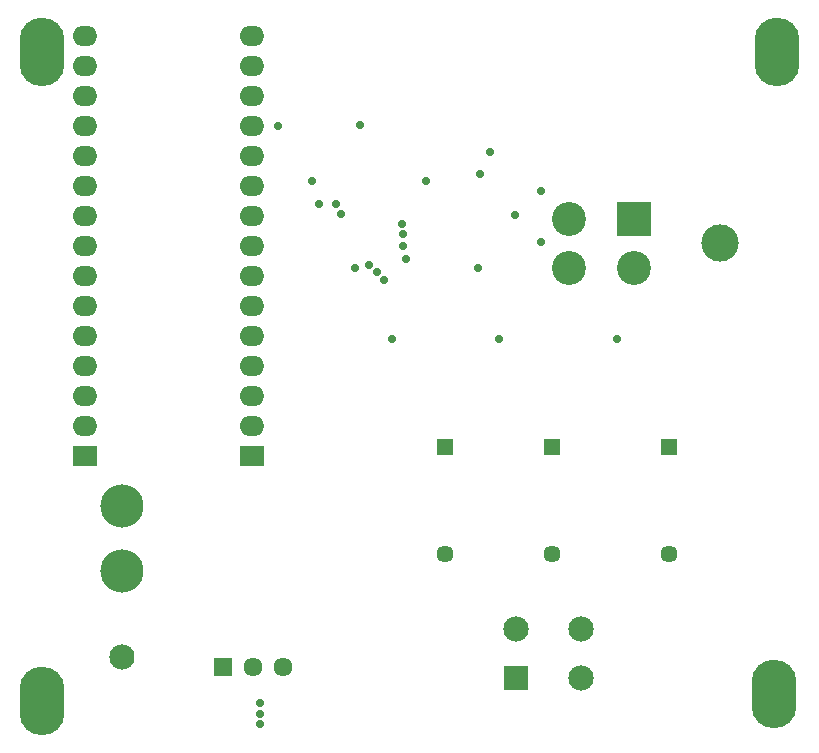
<source format=gbs>
G04*
G04 #@! TF.GenerationSoftware,Altium Limited,Altium Designer,24.0.1 (36)*
G04*
G04 Layer_Color=16711935*
%FSLAX44Y44*%
%MOMM*%
G71*
G04*
G04 #@! TF.SameCoordinates,B8DB1BF3-7387-46EC-A14D-9CE900C50DFE*
G04*
G04*
G04 #@! TF.FilePolarity,Negative*
G04*
G01*
G75*
%ADD32R,2.1016X1.7016*%
%ADD33O,2.1016X1.7016*%
%ADD34C,3.6576*%
%ADD35C,2.1336*%
%ADD36O,3.8016X5.8016*%
%ADD37C,1.6096*%
%ADD38R,1.6096X1.6096*%
%ADD39C,3.1516*%
%ADD40C,2.8766*%
%ADD41R,2.8766X2.8766*%
%ADD42C,1.4516*%
%ADD43R,1.4516X1.4516*%
%ADD44C,2.1500*%
%ADD45R,2.1500X2.1500*%
%ADD46C,0.7112*%
D32*
X200500Y239600D02*
D03*
X59530D02*
D03*
D33*
X200500Y265000D02*
D03*
Y290400D02*
D03*
Y468200D02*
D03*
Y493600D02*
D03*
X59530Y519000D02*
D03*
X200500Y341200D02*
D03*
X59530Y595200D02*
D03*
Y569800D02*
D03*
Y544400D02*
D03*
Y493600D02*
D03*
Y468200D02*
D03*
Y442800D02*
D03*
Y417400D02*
D03*
Y392000D02*
D03*
Y366600D02*
D03*
Y341200D02*
D03*
Y315800D02*
D03*
Y290400D02*
D03*
Y265000D02*
D03*
X200500Y595200D02*
D03*
Y569800D02*
D03*
Y544400D02*
D03*
Y519000D02*
D03*
Y442800D02*
D03*
Y417400D02*
D03*
Y392000D02*
D03*
Y366600D02*
D03*
Y315800D02*
D03*
D34*
X90345Y197400D02*
D03*
Y142400D02*
D03*
D35*
Y69400D02*
D03*
D36*
X22900Y581700D02*
D03*
X642800Y38400D02*
D03*
X645100Y582000D02*
D03*
X23000Y32300D02*
D03*
D37*
X227000Y60700D02*
D03*
X201600D02*
D03*
D38*
X176200D02*
D03*
D39*
X597300Y419500D02*
D03*
D40*
X469300Y398500D02*
D03*
Y440500D02*
D03*
X524300Y398500D02*
D03*
D41*
Y440500D02*
D03*
D42*
X364300Y156800D02*
D03*
X454400Y156800D02*
D03*
X554199Y156800D02*
D03*
D43*
X364300Y246800D02*
D03*
X454400Y246800D02*
D03*
X554199Y246800D02*
D03*
D44*
X479100Y93300D02*
D03*
Y51300D02*
D03*
X424100Y93300D02*
D03*
D45*
Y51300D02*
D03*
D46*
X292100Y519400D02*
D03*
X223000Y518900D02*
D03*
X423800Y444000D02*
D03*
X509700Y338315D02*
D03*
X409900D02*
D03*
X251486Y472168D02*
D03*
X328200Y417200D02*
D03*
X331000Y406400D02*
D03*
X312500Y388400D02*
D03*
X299700Y401600D02*
D03*
X391985Y399014D02*
D03*
X319665Y338315D02*
D03*
X287764Y399011D02*
D03*
X306192Y395746D02*
D03*
X445400Y463600D02*
D03*
X402600Y497100D02*
D03*
X394063Y478717D02*
D03*
X445400Y420817D02*
D03*
X328210Y427307D02*
D03*
X327400Y436200D02*
D03*
X257700Y452900D02*
D03*
X276229Y444391D02*
D03*
X271497Y452900D02*
D03*
X348400Y472000D02*
D03*
X207300Y12300D02*
D03*
Y21100D02*
D03*
Y30600D02*
D03*
M02*

</source>
